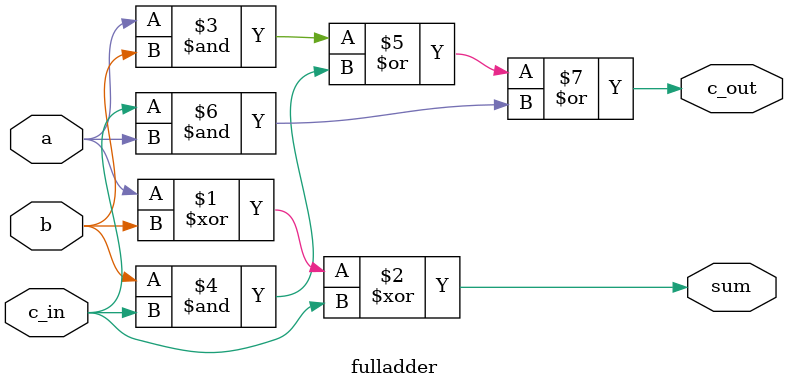
<source format=sv>
module fulladder(sum, c_out, a, b, c_in);

input a, b, c_in;
output sum, c_out;

assign sum = a ^ b ^ c_in;
assign c_out = (a&b) | (b&c_in) | (c_in&a);

endmodule

</source>
